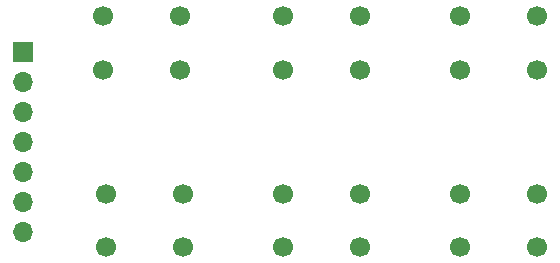
<source format=gbr>
%TF.GenerationSoftware,KiCad,Pcbnew,5.1.12-84ad8e8a86~92~ubuntu20.04.1*%
%TF.CreationDate,2021-11-18T20:56:59-07:00*%
%TF.ProjectId,macro-pad,6d616372-6f2d-4706-9164-2e6b69636164,rev?*%
%TF.SameCoordinates,Original*%
%TF.FileFunction,Soldermask,Bot*%
%TF.FilePolarity,Negative*%
%FSLAX46Y46*%
G04 Gerber Fmt 4.6, Leading zero omitted, Abs format (unit mm)*
G04 Created by KiCad (PCBNEW 5.1.12-84ad8e8a86~92~ubuntu20.04.1) date 2021-11-18 20:56:59*
%MOMM*%
%LPD*%
G01*
G04 APERTURE LIST*
%ADD10C,1.700000*%
%ADD11O,1.700000X1.700000*%
%ADD12R,1.700000X1.700000*%
G04 APERTURE END LIST*
D10*
%TO.C,SW6*%
X136000000Y-68000000D03*
X142500000Y-68000000D03*
X136000000Y-72500000D03*
X142500000Y-72500000D03*
%TD*%
%TO.C,SW5*%
X121000000Y-68000000D03*
X127500000Y-68000000D03*
X121000000Y-72500000D03*
X127500000Y-72500000D03*
%TD*%
%TO.C,SW4*%
X106000000Y-68000000D03*
X112500000Y-68000000D03*
X106000000Y-72500000D03*
X112500000Y-72500000D03*
%TD*%
%TO.C,SW3*%
X136000000Y-53000000D03*
X142500000Y-53000000D03*
X136000000Y-57500000D03*
X142500000Y-57500000D03*
%TD*%
%TO.C,SW2*%
X121000000Y-53000000D03*
X127500000Y-53000000D03*
X121000000Y-57500000D03*
X127500000Y-57500000D03*
%TD*%
%TO.C,SW1*%
X105750000Y-53000000D03*
X112250000Y-53000000D03*
X105750000Y-57500000D03*
X112250000Y-57500000D03*
%TD*%
D11*
%TO.C,J1*%
X99000000Y-71240000D03*
X99000000Y-68700000D03*
X99000000Y-66160000D03*
X99000000Y-63620000D03*
X99000000Y-61080000D03*
X99000000Y-58540000D03*
D12*
X99000000Y-56000000D03*
%TD*%
M02*

</source>
